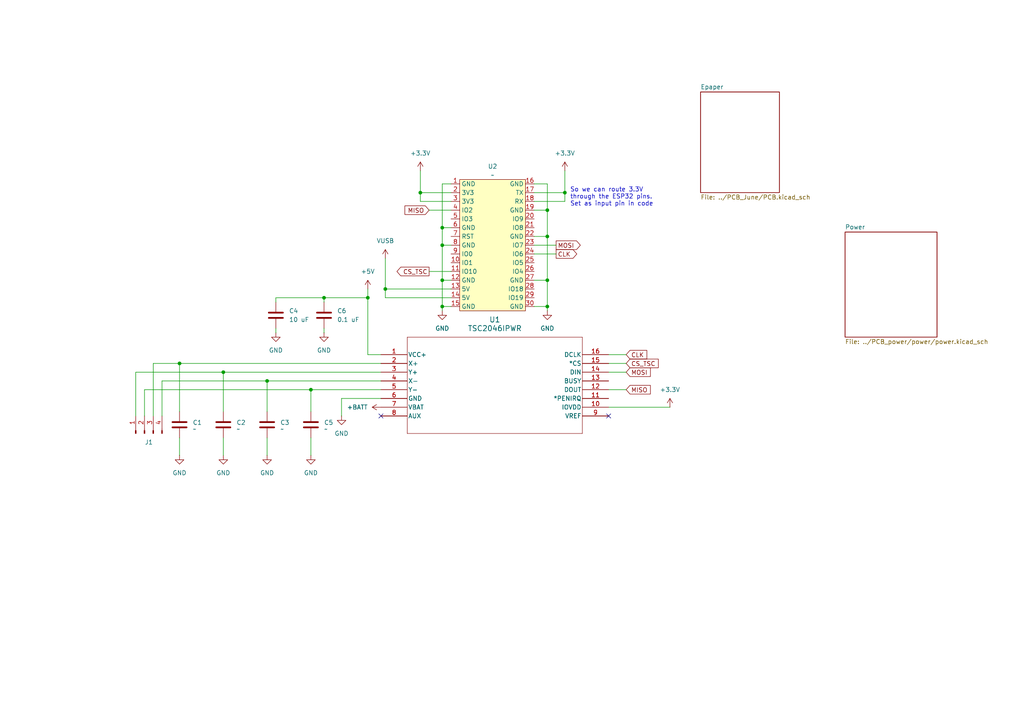
<source format=kicad_sch>
(kicad_sch (version 20250114) (generator "eeschema") (generator_version "9.0")
  (paper "A4")
  (lib_symbols
    (symbol "Connector:Conn_01x04_Pin" (pin_names (offset 1.016) (hide yes))
      (property "Reference" "J" (at 0 5.08 0))
      (property "Value" "Conn_01x04_Pin" (at 0 -7.62 0))
      (symbol "Conn_01x04_Pin_1_1"
        (rectangle (start 0.8636 2.667) (end 0 2.413) (stroke (width 0.1524)) (fill (type outline)))
        (rectangle (start 0.8636 0.127) (end 0 -0.127) (stroke (width 0.1524)) (fill (type outline)))
        (rectangle (start 0.8636 -2.413) (end 0 -2.667) (stroke (width 0.1524)) (fill (type outline)))
        (rectangle (start 0.8636 -4.953) (end 0 -5.207) (stroke (width 0.1524)) (fill (type outline)))
        (polyline (pts (xy 1.27 2.54) (xy 0.8636 2.54)) (stroke (width 0.1524)))
        (polyline (pts (xy 1.27 0) (xy 0.8636 0)) (stroke (width 0.1524)))
        (polyline (pts (xy 1.27 -2.54) (xy 0.8636 -2.54)) (stroke (width 0.1524)))
        (polyline (pts (xy 1.27 -5.08) (xy 0.8636 -5.08)) (stroke (width 0.1524)))
        (pin passive line (at 5.08 2.54 180) (length 3.81) (name "Pin_1") (number "1"))
        (pin passive line (at 5.08 0 180) (length 3.81) (name "Pin_2") (number "2"))
        (pin passive line (at 5.08 -2.54 180) (length 3.81) (name "Pin_3") (number "3"))
        (pin passive line (at 5.08 -5.08 180) (length 3.81) (name "Pin_4") (number "4"))
      )
    )
    (symbol "Device:C" (pin_numbers (hide yes)) (pin_names (offset 0.254))
      (property "Reference" "C" (at 0.635 2.54 0))
      (property "Value" "C" (at 0.635 -2.54 0))
      (symbol "C_0_1"
        (polyline (pts (xy -2.032 0.762) (xy 2.032 0.762)) (stroke (width 0.508)))
        (polyline (pts (xy -2.032 -0.762) (xy 2.032 -0.762)) (stroke (width 0.508)))
      )
      (symbol "C_1_1"
        (pin passive line (at 0 3.81 270) (length 2.794) (name "~") (number "1"))
        (pin passive line (at 0 -3.81 90) (length 2.794) (name "~") (number "2"))
      )
    )
    (symbol "Symbols:ESP32C3-mini_Devboard"
      (property "Reference" "U" (at 0.254 14.478 0))
      (symbol "ESP32C3-mini_Devboard_1_1"
        (rectangle (start -7.62 11.43) (end 11.43 -26.67) (fill (type background)))
        (pin bidirectional line (at -10.16 10.16 0) (length 2.54) (name "GND") (number "1"))
        (pin power_out line (at -10.16 7.62 0) (length 2.54) (name "3V3") (number "2"))
        (pin power_out line (at -10.16 5.08 0) (length 2.54) (name "3V3") (number "3"))
        (pin bidirectional line (at -10.16 2.54 0) (length 2.54) (name "IO2") (number "4"))
        (pin bidirectional line (at -10.16 0 0) (length 2.54) (name "IO3") (number "5"))
        (pin bidirectional line (at -10.16 -2.54 0) (length 2.54) (name "GND") (number "6"))
        (pin bidirectional line (at -10.16 -5.08 0) (length 2.54) (name "RST") (number "7"))
        (pin bidirectional line (at -10.16 -7.62 0) (length 2.54) (name "GND") (number "8"))
        (pin bidirectional line (at -10.16 -10.16 0) (length 2.54) (name "IO0") (number "9"))
        (pin bidirectional line (at -10.16 -12.7 0) (length 2.54) (name "IO1") (number "10"))
        (pin bidirectional line (at -10.16 -15.24 0) (length 2.54) (name "IO10") (number "11"))
        (pin bidirectional line (at -10.16 -17.78 0) (length 2.54) (name "GND") (number "12"))
        (pin bidirectional line (at -10.16 -20.32 0) (length 2.54) (name "5V") (number "13"))
        (pin bidirectional line (at -10.16 -22.86 0) (length 2.54) (name "5V") (number "14"))
        (pin bidirectional line (at -10.16 -25.4 0) (length 2.54) (name "GND") (number "15"))
        (pin bidirectional line (at 13.97 10.16 180) (length 2.54) (name "GND") (number "16"))
        (pin output line (at 13.97 7.62 180) (length 2.54) (name "TX") (number "17"))
        (pin input line (at 13.97 5.08 180) (length 2.54) (name "RX") (number "18"))
        (pin bidirectional line (at 13.97 2.54 180) (length 2.54) (name "GND") (number "19"))
        (pin bidirectional line (at 13.97 0 180) (length 2.54) (name "IO9") (number "20"))
        (pin bidirectional line (at 13.97 -2.54 180) (length 2.54) (name "IO8") (number "21"))
        (pin bidirectional line (at 13.97 -5.08 180) (length 2.54) (name "GND") (number "22"))
        (pin bidirectional line (at 13.97 -7.62 180) (length 2.54) (name "IO7") (number "23"))
        (pin bidirectional line (at 13.97 -10.16 180) (length 2.54) (name "IO6") (number "24"))
        (pin bidirectional line (at 13.97 -12.7 180) (length 2.54) (name "IO5") (number "25"))
        (pin bidirectional line (at 13.97 -15.24 180) (length 2.54) (name "IO4") (number "26"))
        (pin bidirectional line (at 13.97 -17.78 180) (length 2.54) (name "GND") (number "27"))
        (pin bidirectional line (at 13.97 -20.32 180) (length 2.54) (name "IO18") (number "28"))
        (pin bidirectional line (at 13.97 -22.86 180) (length 2.54) (name "IO19") (number "29"))
        (pin bidirectional line (at 13.97 -25.4 180) (length 2.54) (name "GND") (number "30"))
      )
    )
    (symbol "Symbols:TSC2046IPWR" (pin_names (offset 0.254))
      (property "Reference" "U" (at 33.02 10.16 0))
      (property "Value" "TSC2046IPWR" (at 33.02 7.62 0))
      (symbol "TSC2046IPWR_0_1"
        (polyline (pts (xy 7.62 5.08) (xy 7.62 -22.86)) (stroke (width 0.127)))
        (polyline (pts (xy 7.62 -22.86) (xy 58.42 -22.86)) (stroke (width 0.127)))
        (polyline (pts (xy 58.42 5.08) (xy 7.62 5.08)) (stroke (width 0.127)))
        (polyline (pts (xy 58.42 -22.86) (xy 58.42 5.08)) (stroke (width 0.127)))
        (pin power_in line (at 0 0 0) (length 7.62) (name "VCC+") (number "1"))
        (pin input line (at 0 -2.54 0) (length 7.62) (name "X+") (number "2"))
        (pin input line (at 0 -5.08 0) (length 7.62) (name "Y+") (number "3"))
        (pin input line (at 0 -7.62 0) (length 7.62) (name "X-") (number "4"))
        (pin input line (at 0 -10.16 0) (length 7.62) (name "Y-") (number "5"))
        (pin power_in line (at 0 -12.7 0) (length 7.62) (name "GND") (number "6"))
        (pin input line (at 0 -15.24 0) (length 7.62) (name "VBAT") (number "7"))
        (pin input line (at 0 -17.78 0) (length 7.62) (name "AUX") (number "8"))
        (pin input line (at 66.04 0 180) (length 7.62) (name "DCLK") (number "16"))
        (pin input line (at 66.04 -2.54 180) (length 7.62) (name "*CS") (number "15"))
        (pin input line (at 66.04 -5.08 180) (length 7.62) (name "DIN") (number "14"))
        (pin output line (at 66.04 -7.62 180) (length 7.62) (name "BUSY") (number "13"))
        (pin output line (at 66.04 -10.16 180) (length 7.62) (name "DOUT") (number "12"))
        (pin input line (at 66.04 -12.7 180) (length 7.62) (name "*PENIRQ") (number "11"))
        (pin bidirectional line (at 66.04 -15.24 180) (length 7.62) (name "IOVDD") (number "10"))
        (pin power_in line (at 66.04 -17.78 180) (length 7.62) (name "VREF") (number "9"))
      )
    )
    (symbol "power:+3.3V" (power) (pin_numbers (hide yes)) (pin_names (offset 0) (hide yes))
      (property "Value" "+3.3V" (at 0 3.556 0))
      (symbol "+3.3V_0_1"
        (polyline (pts (xy -0.762 1.27) (xy 0 2.54)))
        (polyline (pts (xy 0 2.54) (xy 0.762 1.27)))
        (polyline (pts (xy 0 0) (xy 0 2.54)))
      )
      (symbol "+3.3V_1_1"
        (pin power_in line (at 0 0 90) (length 0) (name "~") (number "1"))
      )
    )
    (symbol "power:+5V" (power) (pin_numbers (hide yes)) (pin_names (offset 0) (hide yes))
      (property "Value" "+5V" (at 0 3.556 0))
      (symbol "+5V_0_1"
        (polyline (pts (xy -0.762 1.27) (xy 0 2.54)))
        (polyline (pts (xy 0 2.54) (xy 0.762 1.27)))
        (polyline (pts (xy 0 0) (xy 0 2.54)))
      )
      (symbol "+5V_1_1"
        (pin power_in line (at 0 0 90) (length 0) (name "~") (number "1"))
      )
    )
    (symbol "power:+BATT" (power) (pin_numbers (hide yes)) (pin_names (offset 0) (hide yes))
      (property "Value" "+BATT" (at 0 3.556 0))
      (symbol "+BATT_0_1"
        (polyline (pts (xy -0.762 1.27) (xy 0 2.54)))
        (polyline (pts (xy 0 2.54) (xy 0.762 1.27)))
        (polyline (pts (xy 0 0) (xy 0 2.54)))
      )
      (symbol "+BATT_1_1"
        (pin power_in line (at 0 0 90) (length 0) (name "~") (number "1"))
      )
    )
    (symbol "power:GND" (power) (pin_numbers (hide yes)) (pin_names (offset 0) (hide yes))
      (property "Value" "GND" (at 0 -3.81 0))
      (symbol "GND_0_1"
        (polyline (pts (xy 0 0) (xy 0 -1.27) (xy 1.27 -1.27) (xy 0 -2.54) (xy -1.27 -1.27) (xy 0 -1.27)))
      )
      (symbol "GND_1_1"
        (pin power_in line (at 0 0 270) (length 0) (name "~") (number "1"))
      )
    )
  )
  (text "So we can route 3.3V \nthrough the ESP32 pins.\nSet as input pin in code" (at 165.354 57.15 0) (effects (font (size 1.27 1.27)) (justify left)))
  (junction (at 111.76 83.82))
  (junction (at 52.07 105.41))
  (junction (at 128.27 71.12))
  (junction (at 77.47 110.49))
  (junction (at 158.75 60.96))
  (junction (at 106.68 86.36))
  (junction (at 128.27 81.28))
  (junction (at 163.83 55.88))
  (junction (at 90.17 113.03))
  (junction (at 128.27 88.9))
  (junction (at 158.75 68.58))
  (junction (at 158.75 81.28))
  (junction (at 121.92 55.88))
  (junction (at 93.98 86.36))
  (junction (at 128.27 66.04))
  (junction (at 158.75 88.9))
  (junction (at 64.77 107.95))
  (no_connect (at 176.53 120.65))
  (no_connect (at 110.49 120.65))
  (wire (pts (xy 64.77 107.95) (xy 110.49 107.95)))
  (wire (pts (xy 154.94 81.28) (xy 158.75 81.28)))
  (wire (pts (xy 158.75 81.28) (xy 158.75 88.9)))
  (wire (pts (xy 90.17 127) (xy 90.17 132.08)))
  (wire (pts (xy 44.45 105.41) (xy 44.45 120.65)))
  (wire (pts (xy 154.94 55.88) (xy 163.83 55.88)))
  (wire (pts (xy 90.17 113.03) (xy 90.17 119.38)))
  (wire (pts (xy 124.46 60.96) (xy 130.81 60.96)))
  (wire (pts (xy 121.92 58.42) (xy 130.81 58.42)))
  (wire (pts (xy 176.53 102.87) (xy 181.61 102.87)))
  (wire (pts (xy 46.99 110.49) (xy 77.47 110.49)))
  (wire (pts (xy 154.94 71.12) (xy 161.29 71.12)))
  (wire (pts (xy 52.07 105.41) (xy 110.49 105.41)))
  (wire (pts (xy 39.37 107.95) (xy 39.37 120.65)))
  (wire (pts (xy 111.76 83.82) (xy 130.81 83.82)))
  (wire (pts (xy 158.75 53.34) (xy 158.75 60.96)))
  (wire (pts (xy 154.94 53.34) (xy 158.75 53.34)))
  (wire (pts (xy 93.98 86.36) (xy 93.98 87.63)))
  (wire (pts (xy 176.53 107.95) (xy 181.61 107.95)))
  (wire (pts (xy 176.53 118.11) (xy 194.31 118.11)))
  (wire (pts (xy 44.45 105.41) (xy 52.07 105.41)))
  (wire (pts (xy 41.91 113.03) (xy 90.17 113.03)))
  (wire (pts (xy 41.91 113.03) (xy 41.91 120.65)))
  (wire (pts (xy 111.76 74.93) (xy 111.76 83.82)))
  (wire (pts (xy 46.99 110.49) (xy 46.99 120.65)))
  (wire (pts (xy 90.17 113.03) (xy 110.49 113.03)))
  (wire (pts (xy 154.94 58.42) (xy 163.83 58.42)))
  (wire (pts (xy 93.98 86.36) (xy 106.68 86.36)))
  (wire (pts (xy 111.76 83.82) (xy 111.76 86.36)))
  (wire (pts (xy 128.27 53.34) (xy 128.27 66.04)))
  (wire (pts (xy 176.53 113.03) (xy 181.61 113.03)))
  (wire (pts (xy 154.94 73.66) (xy 161.29 73.66)))
  (wire (pts (xy 64.77 119.38) (xy 64.77 107.95)))
  (wire (pts (xy 128.27 81.28) (xy 130.81 81.28)))
  (wire (pts (xy 80.01 95.25) (xy 80.01 96.52)))
  (wire (pts (xy 128.27 88.9) (xy 130.81 88.9)))
  (wire (pts (xy 121.92 49.53) (xy 121.92 55.88)))
  (wire (pts (xy 154.94 88.9) (xy 158.75 88.9)))
  (wire (pts (xy 111.76 86.36) (xy 130.81 86.36)))
  (wire (pts (xy 130.81 53.34) (xy 128.27 53.34)))
  (wire (pts (xy 77.47 119.38) (xy 77.47 110.49)))
  (wire (pts (xy 64.77 127) (xy 64.77 132.08)))
  (wire (pts (xy 130.81 55.88) (xy 121.92 55.88)))
  (wire (pts (xy 130.81 66.04) (xy 128.27 66.04)))
  (wire (pts (xy 154.94 60.96) (xy 158.75 60.96)))
  (wire (pts (xy 154.94 68.58) (xy 158.75 68.58)))
  (wire (pts (xy 110.49 115.57) (xy 99.06 115.57)))
  (wire (pts (xy 39.37 107.95) (xy 64.77 107.95)))
  (wire (pts (xy 106.68 102.87) (xy 110.49 102.87)))
  (wire (pts (xy 121.92 55.88) (xy 121.92 58.42)))
  (wire (pts (xy 158.75 68.58) (xy 158.75 81.28)))
  (wire (pts (xy 106.68 83.82) (xy 106.68 86.36)))
  (wire (pts (xy 124.46 78.74) (xy 130.81 78.74)))
  (wire (pts (xy 163.83 58.42) (xy 163.83 55.88)))
  (wire (pts (xy 52.07 105.41) (xy 52.07 119.38)))
  (wire (pts (xy 80.01 87.63) (xy 80.01 86.36)))
  (wire (pts (xy 99.06 115.57) (xy 99.06 120.65)))
  (wire (pts (xy 52.07 127) (xy 52.07 132.08)))
  (wire (pts (xy 77.47 110.49) (xy 110.49 110.49)))
  (wire (pts (xy 128.27 88.9) (xy 128.27 90.17)))
  (wire (pts (xy 158.75 60.96) (xy 158.75 68.58)))
  (wire (pts (xy 106.68 102.87) (xy 106.68 86.36)))
  (wire (pts (xy 163.83 49.53) (xy 163.83 55.88)))
  (wire (pts (xy 80.01 86.36) (xy 93.98 86.36)))
  (wire (pts (xy 130.81 71.12) (xy 128.27 71.12)))
  (wire (pts (xy 158.75 88.9) (xy 158.75 90.17)))
  (wire (pts (xy 176.53 105.41) (xy 181.61 105.41)))
  (wire (pts (xy 128.27 81.28) (xy 128.27 88.9)))
  (wire (pts (xy 93.98 95.25) (xy 93.98 96.52)))
  (wire (pts (xy 128.27 71.12) (xy 128.27 81.28)))
  (wire (pts (xy 128.27 66.04) (xy 128.27 71.12)))
  (wire (pts (xy 77.47 127) (xy 77.47 132.08)))
  (global_label "MISO" (shape input) (at 181.61 113.03 0) (property "Intersheetrefs" "${INTERSHEET_REFS}" (effects (hide yes))))
  (global_label "CLK" (shape input) (at 181.61 102.87 0) (property "Intersheetrefs" "${INTERSHEET_REFS}" (effects (hide yes))))
  (global_label "CS_TSC" (shape input) (at 181.61 105.41 0) (property "Intersheetrefs" "${INTERSHEET_REFS}" (effects (hide yes))))
  (global_label "MISO" (shape input) (at 124.46 60.96 180) (property "Intersheetrefs" "${INTERSHEET_REFS}" (effects (hide yes))))
  (global_label "MOSI" (shape output) (at 161.29 71.12 0) (property "Intersheetrefs" "${INTERSHEET_REFS}" (effects (hide yes))))
  (global_label "CLK" (shape output) (at 161.29 73.66 0) (property "Intersheetrefs" "${INTERSHEET_REFS}" (effects (hide yes))))
  (global_label "CS_TSC" (shape output) (at 124.46 78.74 180) (property "Intersheetrefs" "${INTERSHEET_REFS}" (effects (hide yes))))
  (global_label "MOSI" (shape input) (at 181.61 107.95 0) (property "Intersheetrefs" "${INTERSHEET_REFS}" (effects (hide yes))))
  (symbol (lib_id "power:+3.3V") (at 163.83 49.53 0) (unit 1)
    (property "Reference" "#PWR014" (effects (hide yes)))
    (property "Value" "+3.3V" (at 163.83 44.45 0))
    (property "Description" "Power symbol creates a global label with name \"+3.3V\"" (effects (hide yes)))
  )
  (symbol (lib_id "power:+BATT") (at 110.49 118.11 90) (unit 1)
    (property "Reference" "#PWR09" (effects (hide yes)))
    (property "Value" "+BATT" (at 106.68 118.1099 90) (effects (justify left)))
    (property "Description" "Power symbol creates a global label with name \"+BATT\"" (effects (hide yes)))
  )
  (symbol (lib_id "Symbols:ESP32C3-mini_Devboard") (at 140.97 63.5 0) (unit 1)
    (property "Reference" "U2" (at 142.875 48.26 0))
    (property "Value" "~" (at 142.875 50.8 0))
    (property "Footprint" "Library:ESP32C3-mini-Devkit" (effects (hide yes)))
  )
  (symbol (lib_id "power:GND") (at 77.47 132.08 0) (unit 1)
    (property "Reference" "#PWR03" (effects (hide yes)))
    (property "Value" "GND" (at 77.47 137.16 0))
    (property "Description" "Power symbol creates a global label with name \"GND\" , ground" (effects (hide yes)))
  )
  (symbol (lib_id "Device:C") (at 80.01 91.44 0) (unit 1)
    (property "Reference" "C4" (at 83.82 90.1699 0) (effects (justify left)))
    (property "Value" "10 uF" (at 83.82 92.7099 0) (effects (justify left)))
    (property "Footprint" "Capacitor_SMD:C_0805_2012Metric_Pad1.18x1.45mm_HandSolder" (effects (hide yes)))
    (property "Description" "Unpolarized capacitor" (effects (hide yes)))
  )
  (symbol (lib_id "power:+3.3V") (at 121.92 49.53 0) (unit 1)
    (property "Reference" "#PWR011" (effects (hide yes)))
    (property "Value" "+3.3V" (at 121.92 44.45 0))
    (property "Description" "Power symbol creates a global label with name \"+3.3V\"" (effects (hide yes)))
  )
  (symbol (lib_id "power:GND") (at 93.98 96.52 0) (unit 1)
    (property "Reference" "#PWR06" (effects (hide yes)))
    (property "Value" "GND" (at 93.98 101.6 0))
    (property "Description" "Power symbol creates a global label with name \"GND\" , ground" (effects (hide yes)))
  )
  (symbol (lib_id "power:+3.3V") (at 194.31 118.11 0) (unit 1)
    (property "Reference" "#PWR015" (effects (hide yes)))
    (property "Value" "+3.3V" (at 194.31 113.03 0))
    (property "Description" "Power symbol creates a global label with name \"+3.3V\"" (effects (hide yes)))
  )
  (symbol (lib_id "power:+BATT") (at 111.76 74.93 0) (unit 1)
    (property "Reference" "#PWR010" (effects (hide yes)))
    (property "Value" "VUSB" (at 111.76 69.85 0))
  )
  (symbol (lib_id "power:GND") (at 128.27 90.17 0) (unit 1)
    (property "Reference" "#PWR012" (effects (hide yes)))
    (property "Value" "GND" (at 128.27 95.25 0))
    (property "Description" "Power symbol creates a global label with name \"GND\" , ground" (effects (hide yes)))
  )
  (symbol (lib_id "Device:C") (at 64.77 123.19 0) (unit 1)
    (property "Reference" "C2" (at 68.58 122.5549 0) (effects (justify left)))
    (property "Value" "~" (at 68.58 124.46 0) (effects (justify left)))
    (property "Footprint" "Capacitor_SMD:C_0805_2012Metric_Pad1.18x1.45mm_HandSolder" (effects (hide yes)))
    (property "Description" "Unpolarized capacitor" (effects (hide yes)))
  )
  (symbol (lib_id "power:GND") (at 90.17 132.08 0) (unit 1)
    (property "Reference" "#PWR05" (effects (hide yes)))
    (property "Value" "GND" (at 90.17 137.16 0))
    (property "Description" "Power symbol creates a global label with name \"GND\" , ground" (effects (hide yes)))
  )
  (symbol (lib_id "power:GND") (at 80.01 96.52 0) (unit 1)
    (property "Reference" "#PWR04" (effects (hide yes)))
    (property "Value" "GND" (at 80.01 101.6 0))
    (property "Description" "Power symbol creates a global label with name \"GND\" , ground" (effects (hide yes)))
  )
  (symbol (lib_id "Connector:Conn_01x04_Pin") (at 41.91 125.73 90) (unit 1)
    (property "Reference" "J1" (at 43.18 128.27 90))
    (property "Value" "Conn_01x04_Pin" (effects (hide yes)))
    (property "Footprint" "Connector_FFC-FPC:JUSHUO_AFA07-S04FCA-00_1x4-1MP_P1.0mm_Horizontal" (effects (hide yes)))
    (property "Description" "Generic connector, single row, 01x04, script generated" (effects (hide yes)))
  )
  (symbol (lib_id "power:+5V") (at 106.68 83.82 0) (unit 1)
    (property "Reference" "#PWR08" (effects (hide yes)))
    (property "Value" "+5V" (at 106.68 78.74 0))
    (property "Description" "Power symbol creates a global label with name \"+5V\"" (effects (hide yes)))
  )
  (symbol (lib_id "Device:C") (at 93.98 91.44 0) (unit 1)
    (property "Reference" "C6" (at 97.79 90.1699 0) (effects (justify left)))
    (property "Value" "0.1 uF" (at 97.79 92.7099 0) (effects (justify left)))
    (property "Footprint" "Capacitor_SMD:C_0805_2012Metric" (effects (hide yes)))
    (property "Description" "Unpolarized capacitor" (effects (hide yes)))
  )
  (symbol (lib_id "power:GND") (at 158.75 90.17 0) (unit 1)
    (property "Reference" "#PWR013" (effects (hide yes)))
    (property "Value" "GND" (at 158.75 95.25 0))
    (property "Description" "Power symbol creates a global label with name \"GND\" , ground" (effects (hide yes)))
  )
  (symbol (lib_id "power:GND") (at 52.07 132.08 0) (unit 1)
    (property "Reference" "#PWR01" (effects (hide yes)))
    (property "Value" "GND" (at 52.07 137.16 0))
    (property "Description" "Power symbol creates a global label with name \"GND\" , ground" (effects (hide yes)))
  )
  (symbol (lib_id "power:GND") (at 64.77 132.08 0) (unit 1)
    (property "Reference" "#PWR02" (effects (hide yes)))
    (property "Value" "GND" (at 64.77 137.16 0))
    (property "Description" "Power symbol creates a global label with name \"GND\" , ground" (effects (hide yes)))
  )
  (symbol (lib_id "Symbols:TSC2046IPWR") (at 110.49 102.87 0) (unit 1)
    (property "Reference" "U1" (at 143.51 92.71 0) (effects (font (size 1.524 1.524))))
    (property "Value" "TSC2046IPWR" (at 143.51 95.25 0) (effects (font (size 1.524 1.524))))
    (property "Footprint" "Library:PW16" (effects (hide yes)))
    (property "Datasheet" "TSC2046IPWR" (effects (hide yes)))
  )
  (symbol (lib_id "Device:C") (at 77.47 123.19 0) (unit 1)
    (property "Reference" "C3" (at 81.28 122.5549 0) (effects (justify left)))
    (property "Value" "~" (at 81.28 124.46 0) (effects (justify left)))
    (property "Footprint" "Capacitor_SMD:C_0805_2012Metric_Pad1.18x1.45mm_HandSolder" (effects (hide yes)))
    (property "Description" "Unpolarized capacitor" (effects (hide yes)))
  )
  (symbol (lib_id "Device:C") (at 90.17 123.19 0) (unit 1)
    (property "Reference" "C5" (at 93.98 122.5549 0) (effects (justify left)))
    (property "Value" "~" (at 93.98 124.46 0) (effects (justify left)))
    (property "Footprint" "Capacitor_SMD:C_0805_2012Metric_Pad1.18x1.45mm_HandSolder" (effects (hide yes)))
    (property "Description" "Unpolarized capacitor" (effects (hide yes)))
  )
  (symbol (lib_id "power:GND") (at 99.06 120.65 0) (unit 1)
    (property "Reference" "#PWR07" (effects (hide yes)))
    (property "Value" "GND" (at 99.06 125.73 0))
    (property "Description" "Power symbol creates a global label with name \"GND\" , ground" (effects (hide yes)))
  )
  (symbol (lib_id "Device:C") (at 52.07 123.19 0) (unit 1)
    (property "Reference" "C1" (at 55.88 122.5549 0) (effects (justify left)))
    (property "Value" "~" (at 55.88 124.46 0) (effects (justify left)))
    (property "Footprint" "Capacitor_SMD:C_0805_2012Metric_Pad1.18x1.45mm_HandSolder" (effects (hide yes)))
    (property "Description" "Unpolarized capacitor" (effects (hide yes)))
  )
  (sheet (at 245.11 67.31) (size 26.67 30.48) (stroke (width 0.1524))
    (property "Sheetname" "Power" (at 245.11 66.5984 0) (effects (justify left bottom)))
    (property "Sheetfile" "../PCB_power/power/power.kicad_sch" (at 245.11 98.3746 0) (effects (justify left top)))
  )
  (sheet (at 203.2 26.67) (size 22.86 29.21) (stroke (width 0.1524))
    (property "Sheetname" "Epaper" (at 203.2 25.9584 0) (effects (justify left bottom)))
    (property "Sheetfile" "../PCB_June/PCB.kicad_sch" (at 203.2 56.4646 0) (effects (justify left top)))
  )
)
</source>
